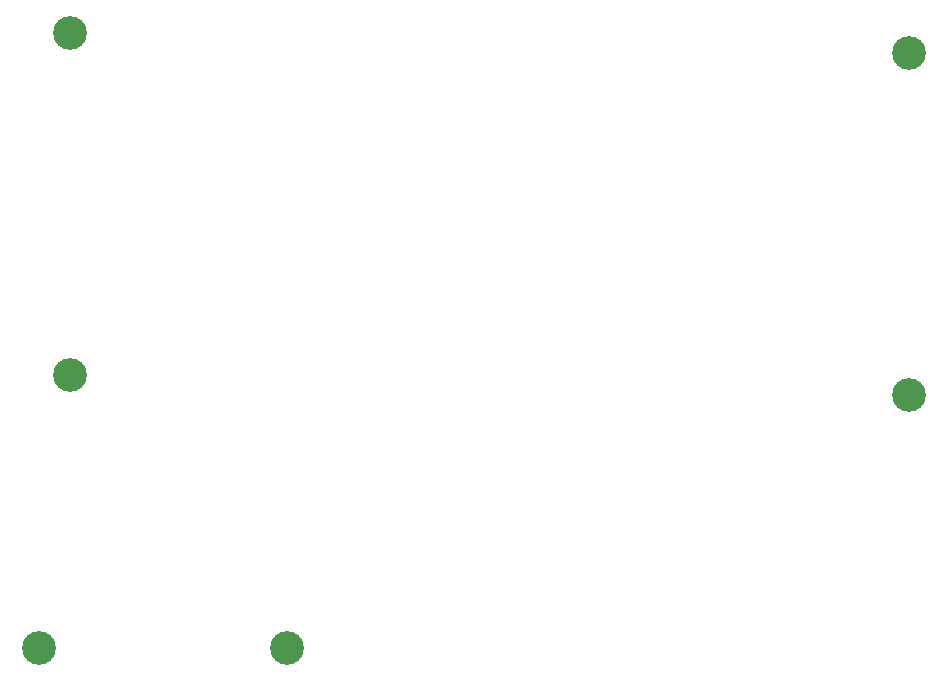
<source format=gbr>
%TF.GenerationSoftware,KiCad,Pcbnew,(6.0.1-0)*%
%TF.CreationDate,2023-02-28T13:35:32-05:00*%
%TF.ProjectId,Front Board,46726f6e-7420-4426-9f61-72642e6b6963,rev?*%
%TF.SameCoordinates,Original*%
%TF.FileFunction,NonPlated,1,2,NPTH,Drill*%
%TF.FilePolarity,Positive*%
%FSLAX46Y46*%
G04 Gerber Fmt 4.6, Leading zero omitted, Abs format (unit mm)*
G04 Created by KiCad (PCBNEW (6.0.1-0)) date 2023-02-28 13:35:32*
%MOMM*%
%LPD*%
G01*
G04 APERTURE LIST*
%TA.AperFunction,ComponentDrill*%
%ADD10C,2.850000*%
%TD*%
G04 APERTURE END LIST*
D10*
%TO.C,J3*%
X112000000Y-126130000D03*
%TO.C,J1*%
X114600000Y-74030000D03*
X114600000Y-103030000D03*
%TO.C,J3*%
X133000000Y-126130000D03*
%TO.C,J2*%
X185637500Y-75730000D03*
X185637500Y-104730000D03*
M02*

</source>
